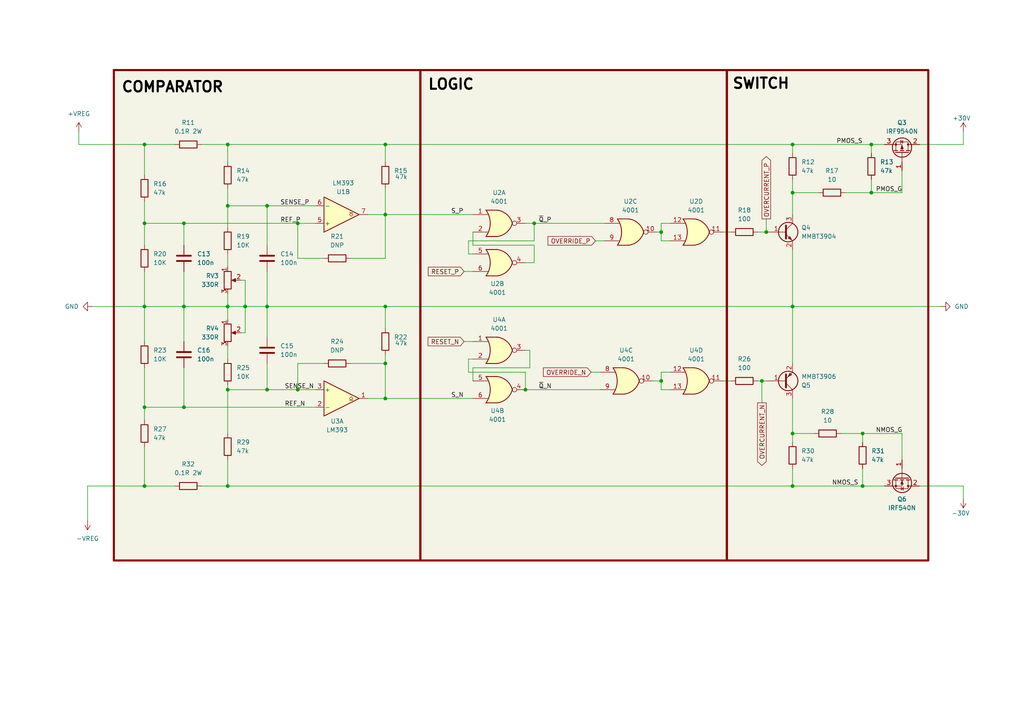
<source format=kicad_sch>
(kicad_sch (version 20231120) (generator "eeschema") (generator_version "8.0")
  (paper "A4")
  (title_block (title "Over-current protection"))
  (lib_symbols
    (symbol "4xxx:4001" (pin_names (offset 1.016))
      (property "Reference" "U" (at 0 1.27 0))
      (property "Value" "4001" (at 0 -1.27 0))
      (symbol "4001_1_1"
        (arc (start -3.81 -3.81) (mid -2.589 0) (end -3.81 3.81) (stroke (width 0.254)))
        (arc (start -0.6096 -3.81) (mid 2.1842 -2.5851) (end 3.81 0) (stroke (width 0.254)) (fill (type background)))
        (polyline (pts (xy -3.81 -3.81) (xy -0.635 -3.81)) (stroke (width 0.254)) (fill (type background)))
        (polyline (pts (xy -3.81 3.81) (xy -0.635 3.81)) (stroke (width 0.254)) (fill (type background)))
        (polyline (pts (xy -0.635 3.81) (xy -3.81 3.81) (xy -3.81 3.81) (xy -3.556 3.4036) (xy -3.0226 2.2606) (xy -2.6924 1.0414) (xy -2.6162 -0.254) (xy -2.7686 -1.4986) (xy -3.175 -2.7178) (xy -3.81 -3.81) (xy -3.81 -3.81) (xy -0.635 -3.81)) (stroke (width -25.4)) (fill (type background)))
        (arc (start 3.81 0) (mid 2.1915 2.5936) (end -0.6096 3.81) (stroke (width 0.254)) (fill (type background)))
        (pin input line (at -7.62 2.54 0) (length 4.318) (name "~") (number "1"))
        (pin input line (at -7.62 -2.54 0) (length 4.318) (name "~") (number "2"))
        (pin output inverted (at 7.62 0 180) (length 3.81) (name "~") (number "3"))
      )
      (symbol "4001_1_2"
        (arc (start 0 -3.81) (mid 3.7934 0) (end 0 3.81) (stroke (width 0.254)) (fill (type background)))
        (polyline (pts (xy 0 3.81) (xy -3.81 3.81) (xy -3.81 -3.81) (xy 0 -3.81)) (stroke (width 0.254)) (fill (type background)))
        (pin input inverted (at -7.62 2.54 0) (length 3.81) (name "~") (number "1"))
        (pin input inverted (at -7.62 -2.54 0) (length 3.81) (name "~") (number "2"))
        (pin output line (at 7.62 0 180) (length 3.81) (name "~") (number "3"))
      )
      (symbol "4001_2_1"
        (arc (start -3.81 -3.81) (mid -2.589 0) (end -3.81 3.81) (stroke (width 0.254)))
        (arc (start -0.6096 -3.81) (mid 2.1842 -2.5851) (end 3.81 0) (stroke (width 0.254)) (fill (type background)))
        (polyline (pts (xy -3.81 -3.81) (xy -0.635 -3.81)) (stroke (width 0.254)) (fill (type background)))
        (polyline (pts (xy -3.81 3.81) (xy -0.635 3.81)) (stroke (width 0.254)) (fill (type background)))
        (polyline (pts (xy -0.635 3.81) (xy -3.81 3.81) (xy -3.81 3.81) (xy -3.556 3.4036) (xy -3.0226 2.2606) (xy -2.6924 1.0414) (xy -2.6162 -0.254) (xy -2.7686 -1.4986) (xy -3.175 -2.7178) (xy -3.81 -3.81) (xy -3.81 -3.81) (xy -0.635 -3.81)) (stroke (width -25.4)) (fill (type background)))
        (arc (start 3.81 0) (mid 2.1915 2.5936) (end -0.6096 3.81) (stroke (width 0.254)) (fill (type background)))
        (pin output inverted (at 7.62 0 180) (length 3.81) (name "~") (number "4"))
        (pin input line (at -7.62 2.54 0) (length 4.318) (name "~") (number "5"))
        (pin input line (at -7.62 -2.54 0) (length 4.318) (name "~") (number "6"))
      )
      (symbol "4001_2_2"
        (arc (start 0 -3.81) (mid 3.7934 0) (end 0 3.81) (stroke (width 0.254)) (fill (type background)))
        (polyline (pts (xy 0 3.81) (xy -3.81 3.81) (xy -3.81 -3.81) (xy 0 -3.81)) (stroke (width 0.254)) (fill (type background)))
        (pin output line (at 7.62 0 180) (length 3.81) (name "~") (number "4"))
        (pin input inverted (at -7.62 2.54 0) (length 3.81) (name "~") (number "5"))
        (pin input inverted (at -7.62 -2.54 0) (length 3.81) (name "~") (number "6"))
      )
      (symbol "4001_3_1"
        (arc (start -3.81 -3.81) (mid -2.589 0) (end -3.81 3.81) (stroke (width 0.254)))
        (arc (start -0.6096 -3.81) (mid 2.1842 -2.5851) (end 3.81 0) (stroke (width 0.254)) (fill (type background)))
        (polyline (pts (xy -3.81 -3.81) (xy -0.635 -3.81)) (stroke (width 0.254)) (fill (type background)))
        (polyline (pts (xy -3.81 3.81) (xy -0.635 3.81)) (stroke (width 0.254)) (fill (type background)))
        (polyline (pts (xy -0.635 3.81) (xy -3.81 3.81) (xy -3.81 3.81) (xy -3.556 3.4036) (xy -3.0226 2.2606) (xy -2.6924 1.0414) (xy -2.6162 -0.254) (xy -2.7686 -1.4986) (xy -3.175 -2.7178) (xy -3.81 -3.81) (xy -3.81 -3.81) (xy -0.635 -3.81)) (stroke (width -25.4)) (fill (type background)))
        (arc (start 3.81 0) (mid 2.1915 2.5936) (end -0.6096 3.81) (stroke (width 0.254)) (fill (type background)))
        (pin output inverted (at 7.62 0 180) (length 3.81) (name "~") (number "10"))
        (pin input line (at -7.62 2.54 0) (length 4.318) (name "~") (number "8"))
        (pin input line (at -7.62 -2.54 0) (length 4.318) (name "~") (number "9"))
      )
      (symbol "4001_3_2"
        (arc (start 0 -3.81) (mid 3.7934 0) (end 0 3.81) (stroke (width 0.254)) (fill (type background)))
        (polyline (pts (xy 0 3.81) (xy -3.81 3.81) (xy -3.81 -3.81) (xy 0 -3.81)) (stroke (width 0.254)) (fill (type background)))
        (pin output line (at 7.62 0 180) (length 3.81) (name "~") (number "10"))
        (pin input inverted (at -7.62 2.54 0) (length 3.81) (name "~") (number "8"))
        (pin input inverted (at -7.62 -2.54 0) (length 3.81) (name "~") (number "9"))
      )
      (symbol "4001_4_1"
        (arc (start -3.81 -3.81) (mid -2.589 0) (end -3.81 3.81) (stroke (width 0.254)))
        (arc (start -0.6096 -3.81) (mid 2.1842 -2.5851) (end 3.81 0) (stroke (width 0.254)) (fill (type background)))
        (polyline (pts (xy -3.81 -3.81) (xy -0.635 -3.81)) (stroke (width 0.254)) (fill (type background)))
        (polyline (pts (xy -3.81 3.81) (xy -0.635 3.81)) (stroke (width 0.254)) (fill (type background)))
        (polyline (pts (xy -0.635 3.81) (xy -3.81 3.81) (xy -3.81 3.81) (xy -3.556 3.4036) (xy -3.0226 2.2606) (xy -2.6924 1.0414) (xy -2.6162 -0.254) (xy -2.7686 -1.4986) (xy -3.175 -2.7178) (xy -3.81 -3.81) (xy -3.81 -3.81) (xy -0.635 -3.81)) (stroke (width -25.4)) (fill (type background)))
        (arc (start 3.81 0) (mid 2.1915 2.5936) (end -0.6096 3.81) (stroke (width 0.254)) (fill (type background)))
        (pin output inverted (at 7.62 0 180) (length 3.81) (name "~") (number "11"))
        (pin input line (at -7.62 2.54 0) (length 4.318) (name "~") (number "12"))
        (pin input line (at -7.62 -2.54 0) (length 4.318) (name "~") (number "13"))
      )
      (symbol "4001_4_2"
        (arc (start 0 -3.81) (mid 3.7934 0) (end 0 3.81) (stroke (width 0.254)) (fill (type background)))
        (polyline (pts (xy 0 3.81) (xy -3.81 3.81) (xy -3.81 -3.81) (xy 0 -3.81)) (stroke (width 0.254)) (fill (type background)))
        (pin output line (at 7.62 0 180) (length 3.81) (name "~") (number "11"))
        (pin input inverted (at -7.62 2.54 0) (length 3.81) (name "~") (number "12"))
        (pin input inverted (at -7.62 -2.54 0) (length 3.81) (name "~") (number "13"))
      )
      (symbol "4001_5_0"
        (pin power_in line (at 0 12.7 270) (length 5.08) (name "VDD") (number "14"))
        (pin power_in line (at 0 -12.7 90) (length 5.08) (name "VSS") (number "7"))
      )
      (symbol "4001_5_1"
        (rectangle (start -5.08 7.62) (end 5.08 -7.62) (stroke (width 0.254)) (fill (type background)))
      )
    )
    (symbol "Comparator:LM393" (pin_names (offset 0.127))
      (property "Reference" "U" (at 3.81 3.81 0))
      (property "Value" "LM393" (at 6.35 -3.81 0))
      (symbol "LM393_1_1"
        (polyline (pts (xy -5.08 5.08) (xy 5.08 0) (xy -5.08 -5.08) (xy -5.08 5.08)) (stroke (width 0.254)) (fill (type background)))
        (polyline (pts (xy 3.302 -0.508) (xy 2.794 -0.508) (xy 3.302 0) (xy 2.794 0.508) (xy 2.286 0) (xy 2.794 -0.508) (xy 2.286 -0.508)) (stroke (width 0.127)))
        (pin open_collector line (at 7.62 0 180) (length 2.54) (name "~") (number "1"))
        (pin input line (at -7.62 -2.54 0) (length 2.54) (name "-") (number "2"))
        (pin input line (at -7.62 2.54 0) (length 2.54) (name "+") (number "3"))
      )
      (symbol "LM393_2_1"
        (polyline (pts (xy -5.08 5.08) (xy 5.08 0) (xy -5.08 -5.08) (xy -5.08 5.08)) (stroke (width 0.254)) (fill (type background)))
        (polyline (pts (xy 3.302 -0.508) (xy 2.794 -0.508) (xy 3.302 0) (xy 2.794 0.508) (xy 2.286 0) (xy 2.794 -0.508) (xy 2.286 -0.508)) (stroke (width 0.127)))
        (pin input line (at -7.62 2.54 0) (length 2.54) (name "+") (number "5"))
        (pin input line (at -7.62 -2.54 0) (length 2.54) (name "-") (number "6"))
        (pin open_collector line (at 7.62 0 180) (length 2.54) (name "~") (number "7"))
      )
      (symbol "LM393_3_1"
        (pin power_in line (at -2.54 -7.62 90) (length 3.81) (name "V-") (number "4"))
        (pin power_in line (at -2.54 7.62 270) (length 3.81) (name "V+") (number "8"))
      )
    )
    (symbol "Device:C" (pin_numbers hide) (pin_names (offset 0.254))
      (property "Reference" "C" (at 0.635 2.54 0))
      (property "Value" "C" (at 0.635 -2.54 0))
      (symbol "C_0_1"
        (polyline (pts (xy -2.032 -0.762) (xy 2.032 -0.762)) (stroke (width 0.508)))
        (polyline (pts (xy -2.032 0.762) (xy 2.032 0.762)) (stroke (width 0.508)))
      )
      (symbol "C_1_1"
        (pin passive line (at 0 3.81 270) (length 2.794) (name "~") (number "1"))
        (pin passive line (at 0 -3.81 90) (length 2.794) (name "~") (number "2"))
      )
    )
    (symbol "Device:R" (pin_numbers hide) (pin_names (offset 0))
      (property "Reference" "R" (at 2.032 0 90))
      (property "Value" "R" (at 0 0 90))
      (symbol "R_0_1"
        (rectangle (start -1.016 -2.54) (end 1.016 2.54) (stroke (width 0.254)))
      )
      (symbol "R_1_1"
        (pin passive line (at 0 3.81 270) (length 1.27) (name "~") (number "1"))
        (pin passive line (at 0 -3.81 90) (length 1.27) (name "~") (number "2"))
      )
    )
    (symbol "Device:R_Potentiometer" (pin_names (offset 1.016) hide)
      (property "Reference" "RV" (at -4.445 0 90))
      (property "Value" "R_Potentiometer" (at -2.54 0 90))
      (symbol "R_Potentiometer_0_1"
        (polyline (pts (xy 2.54 0) (xy 1.524 0)))
        (polyline (pts (xy 1.143 0) (xy 2.286 0.508) (xy 2.286 -0.508) (xy 1.143 0)) (fill (type outline)))
        (rectangle (start 1.016 2.54) (end -1.016 -2.54) (stroke (width 0.254)))
      )
      (symbol "R_Potentiometer_1_1"
        (pin passive line (at 0 3.81 270) (length 1.27) (name "1") (number "1"))
        (pin passive line (at 3.81 0 180) (length 1.27) (name "2") (number "2"))
        (pin passive line (at 0 -3.81 90) (length 1.27) (name "3") (number "3"))
      )
    )
    (symbol "Transistor_BJT:MMBT3904" (pin_names (offset 0) hide)
      (property "Reference" "Q" (at 5.08 1.905 0))
      (property "Value" "MMBT3904" (at 5.08 0 0))
      (symbol "MMBT3904_0_1"
        (polyline (pts (xy 0.635 0.635) (xy 2.54 2.54)))
        (polyline (pts (xy 0.635 -0.635) (xy 2.54 -2.54) (xy 2.54 -2.54)))
        (polyline (pts (xy 0.635 1.905) (xy 0.635 -1.905) (xy 0.635 -1.905)) (stroke (width 0.508)))
        (polyline (pts (xy 1.27 -1.778) (xy 1.778 -1.27) (xy 2.286 -2.286) (xy 1.27 -1.778) (xy 1.27 -1.778)) (fill (type outline)))
        (circle (center 1.27 0) (radius 2.8194) (stroke (width 0.254)))
      )
      (symbol "MMBT3904_1_1"
        (pin input line (at -5.08 0 0) (length 5.715) (name "B") (number "1"))
        (pin passive line (at 2.54 -5.08 90) (length 2.54) (name "E") (number "2"))
        (pin passive line (at 2.54 5.08 270) (length 2.54) (name "C") (number "3"))
      )
    )
    (symbol "Transistor_BJT:MMBT3906" (pin_names (offset 0) hide)
      (property "Reference" "Q" (at 5.08 1.905 0))
      (property "Value" "MMBT3906" (at 5.08 0 0))
      (symbol "MMBT3906_0_1"
        (polyline (pts (xy 0.635 0.635) (xy 2.54 2.54)))
        (polyline (pts (xy 0.635 -0.635) (xy 2.54 -2.54) (xy 2.54 -2.54)))
        (polyline (pts (xy 0.635 1.905) (xy 0.635 -1.905) (xy 0.635 -1.905)) (stroke (width 0.508)))
        (polyline (pts (xy 2.286 -1.778) (xy 1.778 -2.286) (xy 1.27 -1.27) (xy 2.286 -1.778) (xy 2.286 -1.778)) (fill (type outline)))
        (circle (center 1.27 0) (radius 2.8194) (stroke (width 0.254)))
      )
      (symbol "MMBT3906_1_1"
        (pin input line (at -5.08 0 0) (length 5.715) (name "B") (number "1"))
        (pin passive line (at 2.54 -5.08 90) (length 2.54) (name "E") (number "2"))
        (pin passive line (at 2.54 5.08 270) (length 2.54) (name "C") (number "3"))
      )
    )
    (symbol "Transistor_FET:IRF540N" (pin_names hide)
      (property "Reference" "Q" (at 5.08 1.905 0))
      (property "Value" "IRF540N" (at 5.08 0 0))
      (symbol "IRF540N_0_1"
        (polyline (pts (xy 0.254 0) (xy -2.54 0)))
        (polyline (pts (xy 0.254 1.905) (xy 0.254 -1.905)) (stroke (width 0.254)))
        (polyline (pts (xy 0.762 -1.27) (xy 0.762 -2.286)) (stroke (width 0.254)))
        (polyline (pts (xy 0.762 0.508) (xy 0.762 -0.508)) (stroke (width 0.254)))
        (polyline (pts (xy 0.762 2.286) (xy 0.762 1.27)) (stroke (width 0.254)))
        (polyline (pts (xy 2.54 2.54) (xy 2.54 1.778)))
        (polyline (pts (xy 2.54 -2.54) (xy 2.54 0) (xy 0.762 0)))
        (polyline (pts (xy 0.762 -1.778) (xy 3.302 -1.778) (xy 3.302 1.778) (xy 0.762 1.778)))
        (polyline (pts (xy 1.016 0) (xy 2.032 0.381) (xy 2.032 -0.381) (xy 1.016 0)) (fill (type outline)))
        (polyline (pts (xy 2.794 0.508) (xy 2.921 0.381) (xy 3.683 0.381) (xy 3.81 0.254)))
        (polyline (pts (xy 3.302 0.381) (xy 2.921 -0.254) (xy 3.683 -0.254) (xy 3.302 0.381)))
        (circle (center 1.651 0) (radius 2.794) (stroke (width 0.254)))
        (circle (center 2.54 -1.778) (radius 0.254) (fill (type outline)))
        (circle (center 2.54 1.778) (radius 0.254) (fill (type outline)))
      )
      (symbol "IRF540N_1_1"
        (pin input line (at -5.08 0 0) (length 2.54) (name "G") (number "1"))
        (pin passive line (at 2.54 5.08 270) (length 2.54) (name "D") (number "2"))
        (pin passive line (at 2.54 -5.08 90) (length 2.54) (name "S") (number "3"))
      )
    )
    (symbol "Transistor_FET:IRF9540N" (pin_names hide)
      (property "Reference" "Q" (at 5.08 1.905 0))
      (property "Value" "IRF9540N" (at 5.08 0 0))
      (symbol "IRF9540N_0_1"
        (polyline (pts (xy 0.254 0) (xy -2.54 0)))
        (polyline (pts (xy 0.254 1.905) (xy 0.254 -1.905)) (stroke (width 0.254)))
        (polyline (pts (xy 0.762 -1.27) (xy 0.762 -2.286)) (stroke (width 0.254)))
        (polyline (pts (xy 0.762 0.508) (xy 0.762 -0.508)) (stroke (width 0.254)))
        (polyline (pts (xy 0.762 2.286) (xy 0.762 1.27)) (stroke (width 0.254)))
        (polyline (pts (xy 2.54 2.54) (xy 2.54 1.778)))
        (polyline (pts (xy 2.54 -2.54) (xy 2.54 0) (xy 0.762 0)))
        (polyline (pts (xy 0.762 1.778) (xy 3.302 1.778) (xy 3.302 -1.778) (xy 0.762 -1.778)))
        (polyline (pts (xy 2.286 0) (xy 1.27 0.381) (xy 1.27 -0.381) (xy 2.286 0)) (fill (type outline)))
        (polyline (pts (xy 2.794 -0.508) (xy 2.921 -0.381) (xy 3.683 -0.381) (xy 3.81 -0.254)))
        (polyline (pts (xy 3.302 -0.381) (xy 2.921 0.254) (xy 3.683 0.254) (xy 3.302 -0.381)))
        (circle (center 1.651 0) (radius 2.794) (stroke (width 0.254)))
        (circle (center 2.54 -1.778) (radius 0.254) (fill (type outline)))
        (circle (center 2.54 1.778) (radius 0.254) (fill (type outline)))
      )
      (symbol "IRF9540N_1_1"
        (pin input line (at -5.08 0 0) (length 2.54) (name "G") (number "1"))
        (pin passive line (at 2.54 5.08 270) (length 2.54) (name "D") (number "2"))
        (pin passive line (at 2.54 -5.08 90) (length 2.54) (name "S") (number "3"))
      )
    )
    (symbol "power:+12L" (power) (pin_numbers hide) (pin_names (offset 0) hide)
      (property "Value" "+12L" (at 0 3.556 0))
      (symbol "+12L_0_1"
        (polyline (pts (xy -0.762 1.27) (xy 0 2.54)))
        (polyline (pts (xy 0 0) (xy 0 2.54)))
        (polyline (pts (xy 0 2.54) (xy 0.762 1.27)))
      )
      (symbol "+12L_1_1"
        (pin power_in line (at 0 0 90) (length 0) (name "~") (number "1"))
      )
    )
    (symbol "power:GND" (power) (pin_numbers hide) (pin_names (offset 0) hide)
      (property "Value" "GND" (at 0 -3.81 0))
      (symbol "GND_0_1"
        (polyline (pts (xy 0 0) (xy 0 -1.27) (xy 1.27 -1.27) (xy 0 -2.54) (xy -1.27 -1.27) (xy 0 -1.27)))
      )
      (symbol "GND_1_1"
        (pin power_in line (at 0 0 270) (length 0) (name "~") (number "1"))
      )
    )
  )
  (junction (at 111.76 62.23))
  (junction (at 229.87 41.91))
  (junction (at 191.77 67.31))
  (junction (at 77.47 113.03))
  (junction (at 66.04 41.91))
  (junction (at 222.25 67.31))
  (junction (at 111.76 105.41))
  (junction (at 229.87 88.9))
  (junction (at 41.91 140.97))
  (junction (at 53.34 88.9))
  (junction (at 66.04 88.9))
  (junction (at 152.4 113.03))
  (junction (at 77.47 88.9))
  (junction (at 86.36 113.03))
  (junction (at 252.73 55.88))
  (junction (at 41.91 88.9))
  (junction (at 111.76 115.57))
  (junction (at 66.04 59.69))
  (junction (at 250.19 140.97))
  (junction (at 71.12 88.9))
  (junction (at 229.87 125.73))
  (junction (at 77.47 59.69))
  (junction (at 252.73 41.91))
  (junction (at 154.94 64.77))
  (junction (at 41.91 64.77))
  (junction (at 41.91 41.91))
  (junction (at 41.91 118.11))
  (junction (at 220.98 110.49))
  (junction (at 66.04 140.97))
  (junction (at 53.34 64.77))
  (junction (at 111.76 88.9))
  (junction (at 66.04 113.03))
  (junction (at 86.36 64.77))
  (junction (at 53.34 118.11))
  (junction (at 229.87 140.97))
  (junction (at 250.19 125.73))
  (junction (at 111.76 41.91))
  (junction (at 229.87 55.88))
  (junction (at 191.77 110.49))
  (wire (pts (xy 91.44 118.11) (xy 53.34 118.11)))
  (wire (pts (xy 86.36 113.03) (xy 91.44 113.03)))
  (wire (pts (xy 153.67 106.68) (xy 137.16 106.68)))
  (wire (pts (xy 137.16 67.31) (xy 137.16 71.12)))
  (wire (pts (xy 111.76 41.91) (xy 111.76 46.99)))
  (wire (pts (xy 111.76 54.61) (xy 111.76 62.23)))
  (wire (pts (xy 106.68 62.23) (xy 111.76 62.23)))
  (wire (pts (xy 58.42 41.91) (xy 66.04 41.91)))
  (wire (pts (xy 191.77 113.03) (xy 191.77 110.49)))
  (wire (pts (xy 66.04 85.09) (xy 66.04 88.9)))
  (wire (pts (xy 220.98 110.49) (xy 222.25 110.49)))
  (wire (pts (xy 41.91 88.9) (xy 41.91 78.74)))
  (wire (pts (xy 93.98 74.93) (xy 86.36 74.93)))
  (wire (pts (xy 22.86 41.91) (xy 41.91 41.91)))
  (wire (pts (xy 191.77 69.85) (xy 194.31 69.85)))
  (wire (pts (xy 209.55 67.31) (xy 212.09 67.31)))
  (wire (pts (xy 111.76 74.93) (xy 111.76 62.23)))
  (wire (pts (xy 66.04 41.91) (xy 66.04 46.99)))
  (wire (pts (xy 152.4 64.77) (xy 154.94 64.77)))
  (wire (pts (xy 191.77 64.77) (xy 191.77 67.31)))
  (wire (pts (xy 41.91 88.9) (xy 41.91 99.06)))
  (wire (pts (xy 111.76 115.57) (xy 137.16 115.57)))
  (wire (pts (xy 194.31 64.77) (xy 191.77 64.77)))
  (wire (pts (xy 53.34 88.9) (xy 53.34 99.06)))
  (wire (pts (xy 53.34 88.9) (xy 66.04 88.9)))
  (wire (pts (xy 229.87 88.9) (xy 273.05 88.9)))
  (wire (pts (xy 71.12 88.9) (xy 77.47 88.9)))
  (wire (pts (xy 77.47 59.69) (xy 77.47 71.12)))
  (wire (pts (xy 41.91 41.91) (xy 50.8 41.91)))
  (wire (pts (xy 152.4 113.03) (xy 152.4 107.95)))
  (wire (pts (xy 152.4 107.95) (xy 135.89 107.95)))
  (wire (pts (xy 137.16 106.68) (xy 137.16 110.49)))
  (wire (pts (xy 66.04 88.9) (xy 71.12 88.9)))
  (wire (pts (xy 279.4 41.91) (xy 279.4 38.1)))
  (wire (pts (xy 135.89 69.85) (xy 135.89 73.66)))
  (wire (pts (xy 229.87 41.91) (xy 252.73 41.91)))
  (wire (pts (xy 261.62 125.73) (xy 261.62 133.35)))
  (wire (pts (xy 229.87 115.57) (xy 229.87 125.73)))
  (wire (pts (xy 152.4 101.6) (xy 153.67 101.6)))
  (wire (pts (xy 86.36 64.77) (xy 86.36 74.93)))
  (wire (pts (xy 86.36 64.77) (xy 91.44 64.77)))
  (wire (pts (xy 25.4 140.97) (xy 25.4 151.13)))
  (wire (pts (xy 69.85 96.52) (xy 71.12 96.52)))
  (wire (pts (xy 41.91 64.77) (xy 53.34 64.77)))
  (wire (pts (xy 41.91 129.54) (xy 41.91 140.97)))
  (wire (pts (xy 41.91 140.97) (xy 50.8 140.97)))
  (wire (pts (xy 252.73 55.88) (xy 261.62 55.88)))
  (wire (pts (xy 154.94 69.85) (xy 135.89 69.85)))
  (wire (pts (xy 220.98 110.49) (xy 220.98 116.84)))
  (wire (pts (xy 53.34 64.77) (xy 53.34 71.12)))
  (wire (pts (xy 41.91 58.42) (xy 41.91 64.77)))
  (wire (pts (xy 66.04 88.9) (xy 66.04 92.71)))
  (wire (pts (xy 41.91 64.77) (xy 41.91 71.12)))
  (wire (pts (xy 250.19 140.97) (xy 229.87 140.97)))
  (wire (pts (xy 53.34 64.77) (xy 86.36 64.77)))
  (wire (pts (xy 66.04 113.03) (xy 77.47 113.03)))
  (wire (pts (xy 222.25 63.5) (xy 222.25 67.31)))
  (wire (pts (xy 86.36 105.41) (xy 86.36 113.03)))
  (wire (pts (xy 41.91 88.9) (xy 53.34 88.9)))
  (wire (pts (xy 250.19 135.89) (xy 250.19 140.97)))
  (wire (pts (xy 229.87 125.73) (xy 229.87 128.27)))
  (wire (pts (xy 154.94 76.2) (xy 152.4 76.2)))
  (wire (pts (xy 77.47 88.9) (xy 111.76 88.9)))
  (wire (pts (xy 111.76 88.9) (xy 229.87 88.9)))
  (wire (pts (xy 252.73 41.91) (xy 256.54 41.91)))
  (wire (pts (xy 77.47 59.69) (xy 91.44 59.69)))
  (wire (pts (xy 77.47 78.74) (xy 77.47 88.9)))
  (wire (pts (xy 250.19 128.27) (xy 250.19 125.73)))
  (wire (pts (xy 26.67 88.9) (xy 41.91 88.9)))
  (wire (pts (xy 245.11 55.88) (xy 252.73 55.88)))
  (wire (pts (xy 171.45 107.95) (xy 173.99 107.95)))
  (wire (pts (xy 77.47 105.41) (xy 77.47 113.03)))
  (wire (pts (xy 66.04 111.76) (xy 66.04 113.03)))
  (wire (pts (xy 22.86 38.1) (xy 22.86 41.91)))
  (wire (pts (xy 66.04 41.91) (xy 111.76 41.91)))
  (wire (pts (xy 153.67 101.6) (xy 153.67 106.68)))
  (wire (pts (xy 154.94 64.77) (xy 154.94 69.85)))
  (wire (pts (xy 135.89 104.14) (xy 137.16 104.14)))
  (wire (pts (xy 66.04 133.35) (xy 66.04 140.97)))
  (wire (pts (xy 77.47 113.03) (xy 86.36 113.03)))
  (wire (pts (xy 154.94 64.77) (xy 175.26 64.77)))
  (wire (pts (xy 172.72 69.85) (xy 175.26 69.85)))
  (wire (pts (xy 229.87 72.39) (xy 229.87 88.9)))
  (wire (pts (xy 229.87 52.07) (xy 229.87 55.88)))
  (wire (pts (xy 111.76 41.91) (xy 229.87 41.91)))
  (wire (pts (xy 41.91 41.91) (xy 41.91 50.8)))
  (wire (pts (xy 219.71 67.31) (xy 222.25 67.31)))
  (wire (pts (xy 111.76 102.87) (xy 111.76 105.41)))
  (wire (pts (xy 229.87 55.88) (xy 237.49 55.88)))
  (wire (pts (xy 152.4 113.03) (xy 173.99 113.03)))
  (wire (pts (xy 66.04 59.69) (xy 77.47 59.69)))
  (wire (pts (xy 191.77 67.31) (xy 190.5 67.31)))
  (wire (pts (xy 111.76 105.41) (xy 111.76 115.57)))
  (wire (pts (xy 69.85 81.28) (xy 71.12 81.28)))
  (wire (pts (xy 252.73 52.07) (xy 252.73 55.88)))
  (wire (pts (xy 66.04 140.97) (xy 58.42 140.97)))
  (wire (pts (xy 250.19 125.73) (xy 261.62 125.73)))
  (wire (pts (xy 25.4 140.97) (xy 41.91 140.97)))
  (wire (pts (xy 261.62 49.53) (xy 261.62 55.88)))
  (wire (pts (xy 243.84 125.73) (xy 250.19 125.73)))
  (wire (pts (xy 41.91 106.68) (xy 41.91 118.11)))
  (wire (pts (xy 191.77 107.95) (xy 191.77 110.49)))
  (wire (pts (xy 154.94 71.12) (xy 154.94 76.2)))
  (wire (pts (xy 66.04 113.03) (xy 66.04 125.73)))
  (wire (pts (xy 77.47 88.9) (xy 77.47 97.79)))
  (wire (pts (xy 41.91 118.11) (xy 41.91 121.92)))
  (wire (pts (xy 66.04 59.69) (xy 66.04 66.04)))
  (wire (pts (xy 111.76 62.23) (xy 137.16 62.23)))
  (wire (pts (xy 134.62 99.06) (xy 137.16 99.06)))
  (wire (pts (xy 66.04 54.61) (xy 66.04 59.69)))
  (wire (pts (xy 266.7 140.97) (xy 279.4 140.97)))
  (wire (pts (xy 279.4 140.97) (xy 279.4 144.78)))
  (wire (pts (xy 191.77 67.31) (xy 191.77 69.85)))
  (wire (pts (xy 256.54 140.97) (xy 250.19 140.97)))
  (wire (pts (xy 134.62 78.74) (xy 137.16 78.74)))
  (wire (pts (xy 229.87 41.91) (xy 229.87 44.45)))
  (wire (pts (xy 229.87 55.88) (xy 229.87 62.23)))
  (wire (pts (xy 135.89 73.66) (xy 137.16 73.66)))
  (wire (pts (xy 219.71 110.49) (xy 220.98 110.49)))
  (wire (pts (xy 209.55 110.49) (xy 212.09 110.49)))
  (wire (pts (xy 229.87 125.73) (xy 236.22 125.73)))
  (wire (pts (xy 266.7 41.91) (xy 279.4 41.91)))
  (wire (pts (xy 53.34 106.68) (xy 53.34 118.11)))
  (wire (pts (xy 106.68 115.57) (xy 111.76 115.57)))
  (wire (pts (xy 229.87 135.89) (xy 229.87 140.97)))
  (wire (pts (xy 66.04 73.66) (xy 66.04 77.47)))
  (wire (pts (xy 194.31 107.95) (xy 191.77 107.95)))
  (wire (pts (xy 111.76 88.9) (xy 111.76 95.25)))
  (wire (pts (xy 53.34 118.11) (xy 41.91 118.11)))
  (wire (pts (xy 135.89 107.95) (xy 135.89 104.14)))
  (wire (pts (xy 71.12 96.52) (xy 71.12 88.9)))
  (wire (pts (xy 137.16 71.12) (xy 154.94 71.12)))
  (wire (pts (xy 229.87 140.97) (xy 66.04 140.97)))
  (wire (pts (xy 252.73 41.91) (xy 252.73 44.45)))
  (wire (pts (xy 71.12 81.28) (xy 71.12 88.9)))
  (wire (pts (xy 101.6 105.41) (xy 111.76 105.41)))
  (wire (pts (xy 66.04 100.33) (xy 66.04 104.14)))
  (wire (pts (xy 53.34 78.74) (xy 53.34 88.9)))
  (wire (pts (xy 101.6 74.93) (xy 111.76 74.93)))
  (wire (pts (xy 229.87 88.9) (xy 229.87 105.41)))
  (wire (pts (xy 189.23 110.49) (xy 191.77 110.49)))
  (wire (pts (xy 93.98 105.41) (xy 86.36 105.41)))
  (wire (pts (xy 194.31 113.03) (xy 191.77 113.03)))
  (rectangle (start 210.82 20.32) (end 269.24 162.56) (stroke (width 0.6) (color 132 0 0 1)) (fill (type color) (color 132 132 0 0.1)))
  (rectangle (start 121.92 20.32) (end 210.82 162.56) (stroke (width 0.6) (color 132 0 0 1)) (fill (type color) (color 132 132 0 0.1)))
  (rectangle (start 33.02 20.32) (end 121.92 162.56) (stroke (width 0.6) (color 132 0 0 1)) (fill (type color) (color 132 132 0 0.1)))
  (text "COMPARATOR\n" (at 50.038 25.4 0) (effects (font (size 3 3) (thickness 0.6) (bold yes))))
  (text "LOGIC" (at 130.81 24.638 0) (effects (font (size 3 3) (thickness 0.6) (bold yes))))
  (text "SWITCH\n" (at 220.726 24.384 0) (effects (font (size 3 3) (thickness 0.6) (bold yes))))
  (label "NMOS_S" (at 241.3 140.97 0))
  (label "PMOS_G" (at 254 55.88 0))
  (label "S_P" (at 130.81 62.23 0))
  (label "~{Q}_N" (at 156.21 113.03 0))
  (label "NMOS_G" (at 254 125.73 0))
  (label "PMOS_S" (at 242.57 41.91 0))
  (label "~{Q}_P" (at 156.21 64.77 0))
  (label "SENSE_N" (at 82.55 113.03 0))
  (label "S_N" (at 130.81 115.57 0))
  (label "REF_P" (at 81.28 64.77 0))
  (label "REF_N" (at 82.55 118.11 0))
  (label "SENSE_P" (at 81.28 59.69 0))
  (global_label "OVERCURRENT_P" (shape output) (at 222.25 63.5 90) (property "Intersheetrefs" "${INTERSHEET_REFS}" (effects (hide yes))))
  (global_label "OVERCURRENT_N" (shape output) (at 220.98 116.84 270) (property "Intersheetrefs" "${INTERSHEET_REFS}" (effects (hide yes))))
  (global_label "RESET_N" (shape input) (at 134.62 99.06 180) (property "Intersheetrefs" "${INTERSHEET_REFS}" (effects (hide yes))))
  (global_label "RESET_P" (shape input) (at 134.62 78.74 180) (property "Intersheetrefs" "${INTERSHEET_REFS}" (effects (hide yes))))
  (global_label "OVERRIDE_P" (shape input) (at 172.72 69.85 180) (property "Intersheetrefs" "${INTERSHEET_REFS}" (effects (hide yes))))
  (global_label "OVERRIDE_N" (shape input) (at 171.45 107.95 180) (property "Intersheetrefs" "${INTERSHEET_REFS}" (effects (hide yes))))
  (symbol (lib_id "Device:R") (at 250.19 132.08 0) (unit 1)
    (property "Reference" "R31" (at 252.73 130.8099 0) (effects (justify left)))
    (property "Value" "47k" (at 252.73 133.3499 0) (effects (justify left)))
    (property "Footprint" "Resistor_THT:R_Axial_DIN0207_L6.3mm_D2.5mm_P10.16mm_Horizontal" (effects (hide yes)))
    (property "Description" "Resistor" (effects (hide yes)))
  )
  (symbol (lib_id "power:+12L") (at 22.86 38.1 0) (unit 1)
    (property "Reference" "#PWR026" (effects (hide yes)))
    (property "Value" "+VREG" (at 22.86 33.02 0))
    (property "Description" "Power symbol creates a global label with name \"+12L\"" (effects (hide yes)))
  )
  (symbol (lib_id "Transistor_BJT:MMBT3906") (at 227.33 110.49 0) (mirror x) (unit 1)
    (property "Reference" "Q5" (at 232.41 111.7601 0) (effects (justify left)))
    (property "Value" "MMBT3906" (at 232.41 109.2201 0) (effects (justify left)))
    (property "Footprint" "Package_TO_SOT_SMD:SOT-23" (effects (hide yes)))
    (property "Datasheet" "https://www.onsemi.com/pdf/datasheet/pzt3906-d.pdf" (effects (hide yes)))
    (property "Description" "-0.2A Ic, -40V Vce, Small Signal PNP Transistor, SOT-23" (effects (hide yes)))
  )
  (symbol (lib_id "4xxx:4001") (at 144.78 76.2 0) (unit 2)
    (property "Reference" "U2" (at 144.272 82.296 0))
    (property "Value" "4001" (at 144.272 84.836 0))
    (property "Footprint" "SamacSys_Parts:SOIC127P600X175-14N" (effects (hide yes)))
    (property "Datasheet" "http://www.intersil.com/content/dam/Intersil/documents/cd40/cd4000bms-01bms-02bms-25bms.pdf" (effects (hide yes)))
    (property "Description" "Quad Nor 2 inputs" (effects (hide yes)))
  )
  (symbol (lib_id "Device:R") (at 229.87 132.08 0) (unit 1)
    (property "Reference" "R30" (at 232.41 130.8099 0) (effects (justify left)))
    (property "Value" "47k" (at 232.41 133.3499 0) (effects (justify left)))
    (property "Footprint" "Resistor_THT:R_Axial_DIN0207_L6.3mm_D2.5mm_P10.16mm_Horizontal" (effects (hide yes)))
    (property "Description" "Resistor" (effects (hide yes)))
  )
  (symbol (lib_id "4xxx:4001") (at 144.78 113.03 0) (unit 2)
    (property "Reference" "U4" (at 144.272 119.126 0))
    (property "Value" "4001" (at 144.272 121.666 0))
    (property "Footprint" "SamacSys_Parts:SOIC127P600X175-14N" (effects (hide yes)))
    (property "Datasheet" "http://www.intersil.com/content/dam/Intersil/documents/cd40/cd4000bms-01bms-02bms-25bms.pdf" (effects (hide yes)))
    (property "Description" "Quad Nor 2 inputs" (effects (hide yes)))
  )
  (symbol (lib_id "Device:R") (at 54.61 41.91 90) (unit 1)
    (property "Reference" "R11" (at 54.61 35.56 90))
    (property "Value" "0.1R 2W" (at 54.61 38.1 90))
    (property "Footprint" "Resistor_THT:R_Axial_DIN0309_L9.0mm_D3.2mm_P20.32mm_Horizontal" (effects (hide yes)))
    (property "Description" "Resistor" (effects (hide yes)))
  )
  (symbol (lib_id "Device:R") (at 215.9 67.31 90) (unit 1)
    (property "Reference" "R18" (at 215.9 60.96 90))
    (property "Value" "100" (at 215.9 63.5 90))
    (property "Footprint" "Resistor_THT:R_Axial_DIN0207_L6.3mm_D2.5mm_P10.16mm_Horizontal" (effects (hide yes)))
    (property "Description" "Resistor" (effects (hide yes)))
  )
  (symbol (lib_id "Device:R") (at 111.76 50.8 0) (unit 1)
    (property "Reference" "R15" (at 114.3 49.5299 0) (effects (justify left)))
    (property "Value" "47k" (at 114.554 51.308 0) (effects (justify left)))
    (property "Footprint" "Resistor_THT:R_Axial_DIN0207_L6.3mm_D2.5mm_P10.16mm_Horizontal" (effects (hide yes)))
    (property "Description" "Resistor" (effects (hide yes)))
  )
  (symbol (lib_id "Device:R") (at 66.04 50.8 0) (unit 1)
    (property "Reference" "R14" (at 68.58 49.5299 0) (effects (justify left)))
    (property "Value" "47k" (at 68.58 52.0699 0) (effects (justify left)))
    (property "Footprint" "Resistor_THT:R_Axial_DIN0207_L6.3mm_D2.5mm_P10.16mm_Horizontal" (effects (hide yes)))
    (property "Description" "Resistor" (effects (hide yes)))
  )
  (symbol (lib_id "Comparator:LM393") (at 99.06 62.23 0) (mirror x) (unit 2)
    (property "Reference" "U1" (at 99.568 55.626 0))
    (property "Value" "LM393" (at 99.568 53.086 0))
    (property "Footprint" "Package_SO:SOIC-8_3.9x4.9mm_P1.27mm" (effects (hide yes)))
    (property "Datasheet" "http://www.ti.com/lit/ds/symlink/lm393.pdf" (effects (hide yes)))
    (property "Description" "Low-Power, Low-Offset Voltage, Dual Comparators, DIP-8/SOIC-8/TO-99-8" (effects (hide yes)))
  )
  (symbol (lib_id "Device:R_Potentiometer") (at 66.04 96.52 0) (unit 1)
    (property "Reference" "RV4" (at 63.5 95.2499 0) (effects (justify right)))
    (property "Value" "330R" (at 63.5 97.7899 0) (effects (justify right)))
    (property "Footprint" "Potentiometer_THT:Potentiometer_Bourns_3296W_Vertical" (effects (hide yes)))
    (property "Description" "Potentiometer" (effects (hide yes)))
  )
  (symbol (lib_id "Device:R") (at 252.73 48.26 0) (unit 1)
    (property "Reference" "R13" (at 255.27 46.9899 0) (effects (justify left)))
    (property "Value" "47k" (at 255.27 49.5299 0) (effects (justify left)))
    (property "Footprint" "Resistor_THT:R_Axial_DIN0207_L6.3mm_D2.5mm_P10.16mm_Horizontal" (effects (hide yes)))
    (property "Description" "Resistor" (effects (hide yes)))
  )
  (symbol (lib_id "Device:R") (at 66.04 107.95 0) (unit 1)
    (property "Reference" "R25" (at 68.58 106.6799 0) (effects (justify left)))
    (property "Value" "10K" (at 68.58 109.2199 0) (effects (justify left)))
    (property "Footprint" "Resistor_THT:R_Axial_DIN0207_L6.3mm_D2.5mm_P10.16mm_Horizontal" (effects (hide yes)))
    (property "Description" "Resistor" (effects (hide yes)))
  )
  (symbol (lib_id "4xxx:4001") (at 181.61 110.49 0) (unit 3)
    (property "Reference" "U4" (at 181.61 101.6 0))
    (property "Value" "4001" (at 181.61 104.14 0))
    (property "Footprint" "SamacSys_Parts:SOIC127P600X175-14N" (effects (hide yes)))
    (property "Datasheet" "http://www.intersil.com/content/dam/Intersil/documents/cd40/cd4000bms-01bms-02bms-25bms.pdf" (effects (hide yes)))
    (property "Description" "Quad Nor 2 inputs" (effects (hide yes)))
  )
  (symbol (lib_id "Device:R") (at 41.91 74.93 0) (unit 1)
    (property "Reference" "R20" (at 44.45 73.6599 0) (effects (justify left)))
    (property "Value" "10K" (at 44.45 76.1999 0) (effects (justify left)))
    (property "Footprint" "Resistor_THT:R_Axial_DIN0207_L6.3mm_D2.5mm_P10.16mm_Horizontal" (effects (hide yes)))
    (property "Description" "Resistor" (effects (hide yes)))
  )
  (symbol (lib_id "4xxx:4001") (at 144.78 64.77 0) (unit 1)
    (property "Reference" "U2" (at 144.78 55.88 0))
    (property "Value" "4001" (at 144.78 58.42 0))
    (property "Footprint" "SamacSys_Parts:SOIC127P600X175-14N" (effects (hide yes)))
    (property "Datasheet" "http://www.intersil.com/content/dam/Intersil/documents/cd40/cd4000bms-01bms-02bms-25bms.pdf" (effects (hide yes)))
    (property "Description" "Quad Nor 2 inputs" (effects (hide yes)))
  )
  (symbol (lib_id "4xxx:4001") (at 144.78 101.6 0) (unit 1)
    (property "Reference" "U4" (at 144.78 92.71 0))
    (property "Value" "4001" (at 144.78 95.25 0))
    (property "Footprint" "SamacSys_Parts:SOIC127P600X175-14N" (effects (hide yes)))
    (property "Datasheet" "http://www.intersil.com/content/dam/Intersil/documents/cd40/cd4000bms-01bms-02bms-25bms.pdf" (effects (hide yes)))
    (property "Description" "Quad Nor 2 inputs" (effects (hide yes)))
  )
  (symbol (lib_id "4xxx:4001") (at 201.93 110.49 0) (unit 4)
    (property "Reference" "U4" (at 201.93 101.6 0))
    (property "Value" "4001" (at 201.93 104.14 0))
    (property "Footprint" "SamacSys_Parts:SOIC127P600X175-14N" (effects (hide yes)))
    (property "Datasheet" "http://www.intersil.com/content/dam/Intersil/documents/cd40/cd4000bms-01bms-02bms-25bms.pdf" (effects (hide yes)))
    (property "Description" "Quad Nor 2 inputs" (effects (hide yes)))
  )
  (symbol (lib_id "Device:R") (at 241.3 55.88 90) (unit 1)
    (property "Reference" "R17" (at 241.3 49.53 90))
    (property "Value" "10" (at 241.3 52.07 90))
    (property "Footprint" "Resistor_THT:R_Axial_DIN0207_L6.3mm_D2.5mm_P10.16mm_Horizontal" (effects (hide yes)))
    (property "Description" "Resistor" (effects (hide yes)))
  )
  (symbol (lib_id "4xxx:4001") (at 182.88 67.31 0) (unit 3)
    (property "Reference" "U2" (at 182.88 58.42 0))
    (property "Value" "4001" (at 182.88 60.96 0))
    (property "Footprint" "SamacSys_Parts:SOIC127P600X175-14N" (effects (hide yes)))
    (property "Datasheet" "http://www.intersil.com/content/dam/Intersil/documents/cd40/cd4000bms-01bms-02bms-25bms.pdf" (effects (hide yes)))
    (property "Description" "Quad Nor 2 inputs" (effects (hide yes)))
  )
  (symbol (lib_id "Device:R_Potentiometer") (at 66.04 81.28 0) (unit 1)
    (property "Reference" "RV3" (at 63.5 80.0099 0) (effects (justify right)))
    (property "Value" "330R" (at 63.5 82.5499 0) (effects (justify right)))
    (property "Footprint" "Potentiometer_THT:Potentiometer_Bourns_3296W_Vertical" (effects (hide yes)))
    (property "Description" "Potentiometer" (effects (hide yes)))
  )
  (symbol (lib_id "Transistor_FET:IRF9540N") (at 261.62 44.45 270) (mirror x) (unit 1)
    (property "Reference" "Q3" (at 261.62 35.56 90))
    (property "Value" "IRF9540N" (at 261.62 38.1 90))
    (property "Footprint" "Package_TO_SOT_THT:TO-220-3_Vertical" (effects (hide yes)))
    (property "Datasheet" "http://www.irf.com/product-info/datasheets/data/irf9540n.pdf" (effects (hide yes)))
    (property "Description" "-23A Id, -100V Vds, 117mOhm Rds, P-Channel HEXFET Power MOSFET, TO-220" (effects (hide yes)))
  )
  (symbol (lib_id "Device:R") (at 240.03 125.73 90) (unit 1)
    (property "Reference" "R28" (at 240.03 119.38 90))
    (property "Value" "10" (at 240.03 121.92 90))
    (property "Footprint" "Resistor_THT:R_Axial_DIN0207_L6.3mm_D2.5mm_P10.16mm_Horizontal" (effects (hide yes)))
    (property "Description" "Resistor" (effects (hide yes)))
  )
  (symbol (lib_id "power:+12L") (at 279.4 38.1 0) (unit 1)
    (property "Reference" "#PWR027" (effects (hide yes)))
    (property "Value" "+30V" (at 278.892 34.29 0))
    (property "Description" "Power symbol creates a global label with name \"+12L\"" (effects (hide yes)))
  )
  (symbol (lib_id "Comparator:LM393") (at 99.06 115.57 0) (unit 1)
    (property "Reference" "U3" (at 97.79 122.174 0))
    (property "Value" "LM393" (at 97.79 124.714 0))
    (property "Footprint" "Package_SO:SOIC-8_3.9x4.9mm_P1.27mm" (effects (hide yes)))
    (property "Datasheet" "http://www.ti.com/lit/ds/symlink/lm393.pdf" (effects (hide yes)))
    (property "Description" "Low-Power, Low-Offset Voltage, Dual Comparators, DIP-8/SOIC-8/TO-99-8" (effects (hide yes)))
  )
  (symbol (lib_id "Device:C") (at 77.47 101.6 0) (unit 1)
    (property "Reference" "C15" (at 81.28 100.3299 0) (effects (justify left)))
    (property "Value" "100n" (at 81.28 102.8699 0) (effects (justify left)))
    (property "Footprint" "Capacitor_THT:C_Rect_L7.0mm_W2.5mm_P5.00mm" (effects (hide yes)))
    (property "Description" "Unpolarized capacitor" (effects (hide yes)))
  )
  (symbol (lib_id "Device:R") (at 66.04 129.54 0) (unit 1)
    (property "Reference" "R29" (at 68.58 128.2699 0) (effects (justify left)))
    (property "Value" "47k" (at 68.58 130.8099 0) (effects (justify left)))
    (property "Footprint" "Resistor_THT:R_Axial_DIN0207_L6.3mm_D2.5mm_P10.16mm_Horizontal" (effects (hide yes)))
    (property "Description" "Resistor" (effects (hide yes)))
  )
  (symbol (lib_id "Device:R") (at 97.79 105.41 90) (unit 1)
    (property "Reference" "R24" (at 97.79 99.06 90))
    (property "Value" "DNP" (at 97.79 101.6 90))
    (property "Footprint" "Resistor_THT:R_Axial_DIN0207_L6.3mm_D2.5mm_P10.16mm_Horizontal" (effects (hide yes)))
    (property "Description" "Resistor" (effects (hide yes)))
  )
  (symbol (lib_id "Device:R") (at 41.91 125.73 0) (unit 1)
    (property "Reference" "R27" (at 44.45 124.4599 0) (effects (justify left)))
    (property "Value" "47k" (at 44.45 126.9999 0) (effects (justify left)))
    (property "Footprint" "Resistor_THT:R_Axial_DIN0207_L6.3mm_D2.5mm_P10.16mm_Horizontal" (effects (hide yes)))
    (property "Description" "Resistor" (effects (hide yes)))
  )
  (symbol (lib_id "Device:R") (at 41.91 54.61 0) (unit 1)
    (property "Reference" "R16" (at 44.45 53.3399 0) (effects (justify left)))
    (property "Value" "47k" (at 44.45 55.8799 0) (effects (justify left)))
    (property "Footprint" "Resistor_THT:R_Axial_DIN0207_L6.3mm_D2.5mm_P10.16mm_Horizontal" (effects (hide yes)))
    (property "Description" "Resistor" (effects (hide yes)))
  )
  (symbol (lib_id "Device:R") (at 111.76 99.06 0) (unit 1)
    (property "Reference" "R22" (at 114.3 97.7899 0) (effects (justify left)))
    (property "Value" "47k" (at 114.554 99.568 0) (effects (justify left)))
    (property "Footprint" "Resistor_THT:R_Axial_DIN0207_L6.3mm_D2.5mm_P10.16mm_Horizontal" (effects (hide yes)))
    (property "Description" "Resistor" (effects (hide yes)))
  )
  (symbol (lib_id "power:GND") (at 26.67 88.9 270) (unit 1)
    (property "Reference" "#PWR028" (effects (hide yes)))
    (property "Value" "GND" (at 22.86 88.8999 90) (effects (justify right)))
    (property "Description" "Power symbol creates a global label with name \"GND\" , ground" (effects (hide yes)))
  )
  (symbol (lib_id "Device:C") (at 77.47 74.93 0) (unit 1)
    (property "Reference" "C14" (at 81.28 73.6599 0) (effects (justify left)))
    (property "Value" "100n" (at 81.28 76.1999 0) (effects (justify left)))
    (property "Footprint" "Capacitor_THT:C_Rect_L7.0mm_W2.5mm_P5.00mm" (effects (hide yes)))
    (property "Description" "Unpolarized capacitor" (effects (hide yes)))
  )
  (symbol (lib_id "Device:R") (at 215.9 110.49 90) (unit 1)
    (property "Reference" "R26" (at 215.9 104.14 90))
    (property "Value" "100" (at 215.9 106.68 90))
    (property "Footprint" "Resistor_THT:R_Axial_DIN0207_L6.3mm_D2.5mm_P10.16mm_Horizontal" (effects (hide yes)))
    (property "Description" "Resistor" (effects (hide yes)))
  )
  (symbol (lib_id "Device:C") (at 53.34 102.87 0) (unit 1)
    (property "Reference" "C16" (at 57.15 101.5999 0) (effects (justify left)))
    (property "Value" "100n" (at 57.15 104.1399 0) (effects (justify left)))
    (property "Footprint" "Capacitor_THT:C_Rect_L7.0mm_W2.5mm_P5.00mm" (effects (hide yes)))
    (property "Description" "Unpolarized capacitor" (effects (hide yes)))
  )
  (symbol (lib_id "power:GND") (at 273.05 88.9 90) (unit 1)
    (property "Reference" "#PWR029" (effects (hide yes)))
    (property "Value" "GND" (at 276.86 88.8999 90) (effects (justify right)))
    (property "Description" "Power symbol creates a global label with name \"GND\" , ground" (effects (hide yes)))
  )
  (symbol (lib_id "power:+12L") (at 279.4 144.78 0) (mirror x) (unit 1)
    (property "Reference" "#PWR030" (effects (hide yes)))
    (property "Value" "-30V" (at 278.638 148.844 0))
    (property "Description" "Power symbol creates a global label with name \"+12L\"" (effects (hide yes)))
  )
  (symbol (lib_id "Transistor_FET:IRF540N") (at 261.62 138.43 270) (unit 1)
    (property "Reference" "Q6" (at 261.62 144.78 90))
    (property "Value" "IRF540N" (at 261.62 147.32 90))
    (property "Footprint" "Package_TO_SOT_THT:TO-220-3_Vertical" (effects (hide yes)))
    (property "Datasheet" "http://www.irf.com/product-info/datasheets/data/irf540n.pdf" (effects (hide yes)))
    (property "Description" "33A Id, 100V Vds, HEXFET N-Channel MOSFET, TO-220" (effects (hide yes)))
  )
  (symbol (lib_id "Device:R") (at 66.04 69.85 0) (unit 1)
    (property "Reference" "R19" (at 68.58 68.5799 0) (effects (justify left)))
    (property "Value" "10K" (at 68.58 71.1199 0) (effects (justify left)))
    (property "Footprint" "Resistor_THT:R_Axial_DIN0207_L6.3mm_D2.5mm_P10.16mm_Horizontal" (effects (hide yes)))
    (property "Description" "Resistor" (effects (hide yes)))
  )
  (symbol (lib_id "power:+12L") (at 25.4 151.13 180) (unit 1)
    (property "Reference" "#PWR031" (effects (hide yes)))
    (property "Value" "-VREG" (at 25.4 156.21 0))
    (property "Description" "Power symbol creates a global label with name \"+12L\"" (effects (hide yes)))
  )
  (symbol (lib_id "Device:C") (at 53.34 74.93 0) (unit 1)
    (property "Reference" "C13" (at 57.15 73.6599 0) (effects (justify left)))
    (property "Value" "100n" (at 57.15 76.1999 0) (effects (justify left)))
    (property "Footprint" "Capacitor_THT:C_Rect_L7.0mm_W2.5mm_P5.00mm" (effects (hide yes)))
    (property "Description" "Unpolarized capacitor" (effects (hide yes)))
  )
  (symbol (lib_id "Device:R") (at 229.87 48.26 0) (unit 1)
    (property "Reference" "R12" (at 232.41 46.9899 0) (effects (justify left)))
    (property "Value" "47k" (at 232.41 49.5299 0) (effects (justify left)))
    (property "Footprint" "Resistor_THT:R_Axial_DIN0207_L6.3mm_D2.5mm_P10.16mm_Horizontal" (effects (hide yes)))
    (property "Description" "Resistor" (effects (hide yes)))
  )
  (symbol (lib_id "4xxx:4001") (at 201.93 67.31 0) (unit 4)
    (property "Reference" "U2" (at 201.93 58.42 0))
    (property "Value" "4001" (at 201.93 60.96 0))
    (property "Footprint" "SamacSys_Parts:SOIC127P600X175-14N" (effects (hide yes)))
    (property "Datasheet" "http://www.intersil.com/content/dam/Intersil/documents/cd40/cd4000bms-01bms-02bms-25bms.pdf" (effects (hide yes)))
    (property "Description" "Quad Nor 2 inputs" (effects (hide yes)))
  )
  (symbol (lib_id "Device:R") (at 54.61 140.97 90) (unit 1)
    (property "Reference" "R32" (at 54.61 134.62 90))
    (property "Value" "0.1R 2W" (at 54.61 137.16 90))
    (property "Footprint" "Resistor_THT:R_Axial_DIN0309_L9.0mm_D3.2mm_P20.32mm_Horizontal" (effects (hide yes)))
    (property "Description" "Resistor" (effects (hide yes)))
  )
  (symbol (lib_id "Device:R") (at 97.79 74.93 90) (unit 1)
    (property "Reference" "R21" (at 97.79 68.58 90))
    (property "Value" "DNP" (at 97.79 71.12 90))
    (property "Footprint" "Resistor_THT:R_Axial_DIN0207_L6.3mm_D2.5mm_P10.16mm_Horizontal" (effects (hide yes)))
    (property "Description" "Resistor" (effects (hide yes)))
  )
  (symbol (lib_id "Device:R") (at 41.91 102.87 0) (unit 1)
    (property "Reference" "R23" (at 44.45 101.5999 0) (effects (justify left)))
    (property "Value" "10K" (at 44.45 104.1399 0) (effects (justify left)))
    (property "Footprint" "Resistor_THT:R_Axial_DIN0207_L6.3mm_D2.5mm_P10.16mm_Horizontal" (effects (hide yes)))
    (property "Description" "Resistor" (effects (hide yes)))
  )
  (symbol (lib_id "Transistor_BJT:MMBT3904") (at 227.33 67.31 0) (unit 1)
    (property "Reference" "Q4" (at 232.41 66.0399 0) (effects (justify left)))
    (property "Value" "MMBT3904" (at 232.41 68.5799 0) (effects (justify left)))
    (property "Footprint" "Package_TO_SOT_SMD:SOT-23" (effects (hide yes)))
    (property "Datasheet" "https://www.onsemi.com/pdf/datasheet/pzt3904-d.pdf" (effects (hide yes)))
    (property "Description" "0.2A Ic, 40V Vce, Small Signal NPN Transistor, SOT-23" (effects (hide yes)))
  )
)
</source>
